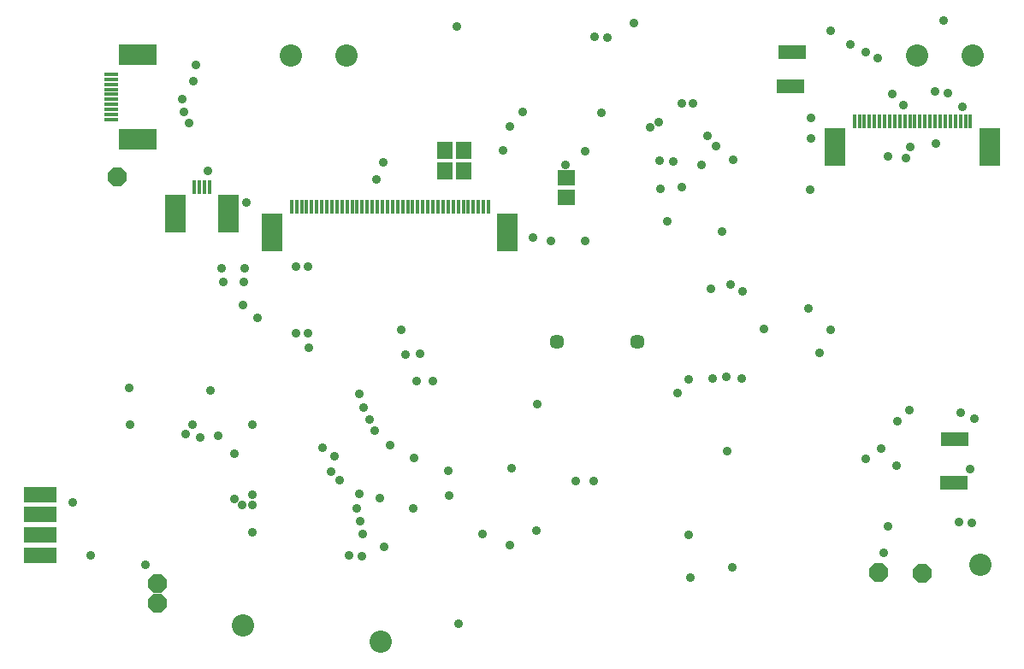
<source format=gts>
G75*
%MOIN*%
%OFA0B0*%
%FSLAX25Y25*%
%IPPOS*%
%LPD*%
%AMOC8*
5,1,8,0,0,1.08239X$1,22.5*
%
%ADD10C,0.08674*%
%ADD11R,0.01575X0.05512*%
%ADD12R,0.07887X0.14580*%
%ADD13R,0.06706X0.05918*%
%ADD14R,0.05918X0.06706*%
%ADD15C,0.05721*%
%ADD16OC8,0.07100*%
%ADD17R,0.05512X0.01575*%
%ADD18R,0.14580X0.07887*%
%ADD19R,0.10800X0.05800*%
%ADD20R,0.12611X0.06154*%
%ADD21C,0.03600*%
D10*
X0100409Y0020685D03*
X0154051Y0014346D03*
X0387811Y0044307D03*
X0384858Y0243126D03*
X0363205Y0243126D03*
X0140764Y0243126D03*
X0119110Y0243126D03*
D11*
X0087417Y0191748D03*
X0085449Y0191748D03*
X0083480Y0191748D03*
X0081512Y0191748D03*
X0119307Y0184268D03*
X0121276Y0184268D03*
X0123244Y0184268D03*
X0125213Y0184268D03*
X0127181Y0184268D03*
X0129150Y0184268D03*
X0131118Y0184268D03*
X0133087Y0184268D03*
X0135055Y0184268D03*
X0137024Y0184268D03*
X0138992Y0184268D03*
X0140961Y0184268D03*
X0142929Y0184268D03*
X0144898Y0184268D03*
X0146866Y0184268D03*
X0148835Y0184268D03*
X0150803Y0184268D03*
X0152772Y0184268D03*
X0154740Y0184268D03*
X0156709Y0184268D03*
X0158677Y0184268D03*
X0160646Y0184268D03*
X0162614Y0184268D03*
X0164583Y0184268D03*
X0166551Y0184268D03*
X0168520Y0184268D03*
X0170488Y0184268D03*
X0172457Y0184268D03*
X0174425Y0184268D03*
X0176394Y0184268D03*
X0178362Y0184268D03*
X0180331Y0184268D03*
X0182299Y0184268D03*
X0184268Y0184268D03*
X0186236Y0184268D03*
X0188205Y0184268D03*
X0190173Y0184268D03*
X0192142Y0184268D03*
X0194110Y0184268D03*
X0196079Y0184268D03*
X0338598Y0217535D03*
X0340567Y0217535D03*
X0342535Y0217535D03*
X0344504Y0217535D03*
X0346472Y0217535D03*
X0348441Y0217535D03*
X0350409Y0217535D03*
X0352378Y0217535D03*
X0354346Y0217535D03*
X0356315Y0217535D03*
X0358283Y0217535D03*
X0360252Y0217535D03*
X0362220Y0217535D03*
X0364189Y0217535D03*
X0366157Y0217535D03*
X0368126Y0217535D03*
X0370094Y0217535D03*
X0372063Y0217535D03*
X0374031Y0217535D03*
X0376000Y0217535D03*
X0377969Y0217535D03*
X0379937Y0217535D03*
X0381906Y0217535D03*
X0383874Y0217535D03*
D12*
X0391354Y0207496D03*
X0330921Y0207299D03*
X0203362Y0174031D03*
X0111630Y0174031D03*
X0094898Y0181512D03*
X0074031Y0181512D03*
D13*
X0226357Y0187823D03*
X0226357Y0195303D03*
D14*
X0186483Y0198050D03*
X0179003Y0198050D03*
X0179003Y0206165D03*
X0186483Y0206165D03*
D15*
X0222693Y0131583D03*
X0254189Y0131583D03*
D16*
X0348047Y0041354D03*
X0365213Y0040961D03*
X0067220Y0037260D03*
X0067220Y0029425D03*
X0051315Y0195921D03*
D17*
X0049031Y0218126D03*
X0049031Y0220094D03*
X0049031Y0222063D03*
X0049031Y0224031D03*
X0049031Y0226000D03*
X0049031Y0227969D03*
X0049031Y0229937D03*
X0049031Y0231906D03*
X0049031Y0233874D03*
X0049031Y0235843D03*
D18*
X0059268Y0243323D03*
X0059268Y0210449D03*
D19*
X0313870Y0231039D03*
X0314484Y0244339D03*
X0377772Y0093520D03*
X0377378Y0076591D03*
D20*
X0021541Y0071866D03*
X0021541Y0063992D03*
X0021541Y0056118D03*
X0021541Y0048244D03*
D21*
X0062417Y0044307D03*
X0040961Y0048047D03*
X0034071Y0068717D03*
X0056378Y0099008D03*
X0055921Y0113402D03*
X0077953Y0095382D03*
X0083638Y0094031D03*
X0080756Y0098969D03*
X0090764Y0094701D03*
X0097063Y0087811D03*
X0103953Y0098980D03*
X0087614Y0112417D03*
X0121079Y0134858D03*
X0125728Y0134783D03*
X0126197Y0129059D03*
X0106118Y0140764D03*
X0100516Y0145882D03*
X0100606Y0154937D03*
X0101000Y0160055D03*
X0092732Y0154937D03*
X0091945Y0160055D03*
X0121079Y0160843D03*
X0125803Y0160843D03*
X0101787Y0185646D03*
X0086669Y0198047D03*
X0079543Y0216945D03*
X0077378Y0221079D03*
X0076787Y0226197D03*
X0081118Y0233283D03*
X0082102Y0239598D03*
X0152378Y0194898D03*
X0155134Y0201591D03*
X0201591Y0206118D03*
X0204346Y0215370D03*
X0209268Y0221276D03*
X0233874Y0205921D03*
X0226051Y0200291D03*
X0240173Y0220685D03*
X0259071Y0214976D03*
X0262417Y0217142D03*
X0271472Y0224622D03*
X0275606Y0224622D03*
X0281315Y0211827D03*
X0284787Y0207862D03*
X0291551Y0202575D03*
X0279150Y0200606D03*
X0268126Y0201665D03*
X0262642Y0202201D03*
X0263008Y0191157D03*
X0271472Y0191945D03*
X0265764Y0178559D03*
X0287220Y0174622D03*
X0290307Y0153650D03*
X0295094Y0151213D03*
X0282890Y0152181D03*
X0303362Y0136433D03*
X0320685Y0144307D03*
X0329346Y0136039D03*
X0325016Y0126984D03*
X0294701Y0117142D03*
X0288598Y0117929D03*
X0283283Y0117142D03*
X0274228Y0116748D03*
X0269898Y0111433D03*
X0289189Y0088795D03*
X0274228Y0056118D03*
X0291157Y0043520D03*
X0274752Y0039327D03*
X0237220Y0076984D03*
X0229937Y0076984D03*
X0204937Y0082102D03*
X0180724Y0071472D03*
X0180453Y0081268D03*
X0166945Y0086039D03*
X0157890Y0091157D03*
X0151787Y0096669D03*
X0149819Y0101197D03*
X0147457Y0105724D03*
X0145882Y0111039D03*
X0168169Y0116122D03*
X0174425Y0115961D03*
X0169307Y0126681D03*
X0163764Y0126555D03*
X0162220Y0136236D03*
X0215173Y0107102D03*
X0166756Y0066488D03*
X0153756Y0070488D03*
X0145882Y0072063D03*
X0144898Y0066354D03*
X0146224Y0061492D03*
X0146949Y0056354D03*
X0155331Y0051394D03*
X0146669Y0047760D03*
X0141748Y0048047D03*
X0138205Y0077575D03*
X0134858Y0080724D03*
X0136130Y0086827D03*
X0131496Y0090157D03*
X0103953Y0071866D03*
X0103953Y0067929D03*
X0100016Y0067732D03*
X0097063Y0070094D03*
X0103953Y0057102D03*
X0184465Y0021472D03*
X0204346Y0051984D03*
X0193717Y0056512D03*
X0214594Y0057783D03*
X0343213Y0085953D03*
X0349213Y0089953D03*
X0354937Y0083283D03*
X0355331Y0100606D03*
X0360213Y0104953D03*
X0380134Y0103756D03*
X0385252Y0101394D03*
X0383874Y0081906D03*
X0379346Y0061236D03*
X0384268Y0060646D03*
X0351591Y0059465D03*
X0350016Y0049228D03*
X0233874Y0170882D03*
X0220291Y0170882D03*
X0213402Y0172063D03*
X0321472Y0190764D03*
X0351591Y0203953D03*
X0358874Y0203165D03*
X0360252Y0207496D03*
X0370291Y0208677D03*
X0380685Y0223213D03*
X0375016Y0228559D03*
X0370201Y0229256D03*
X0357591Y0223953D03*
X0353362Y0228059D03*
X0347850Y0241961D03*
X0343126Y0244307D03*
X0337024Y0247563D03*
X0329346Y0252772D03*
X0373441Y0256906D03*
X0321866Y0218717D03*
X0321866Y0210843D03*
X0252772Y0255724D03*
X0242339Y0250213D03*
X0237417Y0250606D03*
X0183677Y0254346D03*
M02*

</source>
